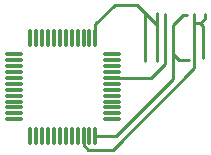
<source format=gbr>
%TF.GenerationSoftware,KiCad,Pcbnew,(6.0.4)*%
%TF.CreationDate,2022-04-04T20:26:55-04:00*%
%TF.ProjectId,PiTopMk3,5069546f-704d-46b3-932e-6b696361645f,rev?*%
%TF.SameCoordinates,Original*%
%TF.FileFunction,Copper,L1,Top*%
%TF.FilePolarity,Positive*%
%FSLAX46Y46*%
G04 Gerber Fmt 4.6, Leading zero omitted, Abs format (unit mm)*
G04 Created by KiCad (PCBNEW (6.0.4)) date 2022-04-04 20:26:55*
%MOMM*%
%LPD*%
G01*
G04 APERTURE LIST*
G04 Aperture macros list*
%AMRoundRect*
0 Rectangle with rounded corners*
0 $1 Rounding radius*
0 $2 $3 $4 $5 $6 $7 $8 $9 X,Y pos of 4 corners*
0 Add a 4 corners polygon primitive as box body*
4,1,4,$2,$3,$4,$5,$6,$7,$8,$9,$2,$3,0*
0 Add four circle primitives for the rounded corners*
1,1,$1+$1,$2,$3*
1,1,$1+$1,$4,$5*
1,1,$1+$1,$6,$7*
1,1,$1+$1,$8,$9*
0 Add four rect primitives between the rounded corners*
20,1,$1+$1,$2,$3,$4,$5,0*
20,1,$1+$1,$4,$5,$6,$7,0*
20,1,$1+$1,$6,$7,$8,$9,0*
20,1,$1+$1,$8,$9,$2,$3,0*%
G04 Aperture macros list end*
%TA.AperFunction,SMDPad,CuDef*%
%ADD10RoundRect,0.075000X-0.662500X-0.075000X0.662500X-0.075000X0.662500X0.075000X-0.662500X0.075000X0*%
%TD*%
%TA.AperFunction,SMDPad,CuDef*%
%ADD11RoundRect,0.075000X-0.075000X-0.662500X0.075000X-0.662500X0.075000X0.662500X-0.075000X0.662500X0*%
%TD*%
%TA.AperFunction,Conductor*%
%ADD12C,0.250000*%
%TD*%
G04 APERTURE END LIST*
D10*
%TO.P,REF\u002A\u002A,1*%
%TO.N,N/C*%
X107597500Y-58210000D03*
%TO.P,REF\u002A\u002A,2*%
X107597500Y-58710000D03*
%TO.P,REF\u002A\u002A,3*%
X107597500Y-59210000D03*
%TO.P,REF\u002A\u002A,4*%
X107597500Y-59710000D03*
%TO.P,REF\u002A\u002A,5*%
X107597500Y-60210000D03*
%TO.P,REF\u002A\u002A,6*%
X107597500Y-60710000D03*
%TO.P,REF\u002A\u002A,7*%
X107597500Y-61210000D03*
%TO.P,REF\u002A\u002A,8*%
X107597500Y-61710000D03*
%TO.P,REF\u002A\u002A,9*%
X107597500Y-62210000D03*
%TO.P,REF\u002A\u002A,10*%
X107597500Y-62710000D03*
%TO.P,REF\u002A\u002A,11*%
X107597500Y-63210000D03*
%TO.P,REF\u002A\u002A,12*%
X107597500Y-63710000D03*
D11*
%TO.P,REF\u002A\u002A,13*%
X109010000Y-65122500D03*
%TO.P,REF\u002A\u002A,14*%
X109510000Y-65122500D03*
%TO.P,REF\u002A\u002A,15*%
X110010000Y-65122500D03*
%TO.P,REF\u002A\u002A,16*%
X110510000Y-65122500D03*
%TO.P,REF\u002A\u002A,17*%
X111010000Y-65122500D03*
%TO.P,REF\u002A\u002A,18*%
X111510000Y-65122500D03*
%TO.P,REF\u002A\u002A,19*%
X112010000Y-65122500D03*
%TO.P,REF\u002A\u002A,20*%
X112510000Y-65122500D03*
%TO.P,REF\u002A\u002A,21*%
X113010000Y-65122500D03*
%TO.P,REF\u002A\u002A,22*%
X113510000Y-65122500D03*
%TO.P,REF\u002A\u002A,23*%
X114010000Y-65122500D03*
%TO.P,REF\u002A\u002A,24*%
X114510000Y-65122500D03*
D10*
%TO.P,REF\u002A\u002A,25*%
X115922500Y-63710000D03*
%TO.P,REF\u002A\u002A,26*%
X115922500Y-63210000D03*
%TO.P,REF\u002A\u002A,27*%
X115922500Y-62710000D03*
%TO.P,REF\u002A\u002A,28*%
X115922500Y-62210000D03*
%TO.P,REF\u002A\u002A,29*%
X115922500Y-61710000D03*
%TO.P,REF\u002A\u002A,30*%
X115922500Y-61210000D03*
%TO.P,REF\u002A\u002A,31*%
X115922500Y-60710000D03*
%TO.P,REF\u002A\u002A,32*%
X115922500Y-60210000D03*
%TO.P,REF\u002A\u002A,33*%
X115922500Y-59710000D03*
%TO.P,REF\u002A\u002A,34*%
X115922500Y-59210000D03*
%TO.P,REF\u002A\u002A,35*%
X115922500Y-58710000D03*
%TO.P,REF\u002A\u002A,36*%
X115922500Y-58210000D03*
D11*
%TO.P,REF\u002A\u002A,37*%
X114510000Y-56797500D03*
%TO.P,REF\u002A\u002A,38*%
X114010000Y-56797500D03*
%TO.P,REF\u002A\u002A,39*%
X113510000Y-56797500D03*
%TO.P,REF\u002A\u002A,40*%
X113010000Y-56797500D03*
%TO.P,REF\u002A\u002A,41*%
X112510000Y-56797500D03*
%TO.P,REF\u002A\u002A,42*%
X112010000Y-56797500D03*
%TO.P,REF\u002A\u002A,43*%
X111510000Y-56797500D03*
%TO.P,REF\u002A\u002A,44*%
X111010000Y-56797500D03*
%TO.P,REF\u002A\u002A,45*%
X110510000Y-56797500D03*
%TO.P,REF\u002A\u002A,46*%
X110010000Y-56797500D03*
%TO.P,REF\u002A\u002A,47*%
X109510000Y-56797500D03*
%TO.P,REF\u002A\u002A,48*%
X109010000Y-56797500D03*
%TD*%
D12*
%TO.N,*%
X116130000Y-54050000D02*
X118050000Y-54050000D01*
X114510000Y-55670000D02*
X116130000Y-54050000D01*
X118050000Y-54050000D02*
X118700000Y-54700000D01*
X114510000Y-56797500D02*
X114510000Y-55670000D01*
X113510000Y-65910000D02*
X113510000Y-65122500D01*
X116000000Y-66300000D02*
X113900000Y-66300000D01*
X122900000Y-59400000D02*
X116000000Y-66300000D01*
X113900000Y-66300000D02*
X113510000Y-65910000D01*
X122900000Y-55600000D02*
X122900000Y-59400000D01*
X123800000Y-55200000D02*
X123800000Y-54800000D01*
X123400000Y-55600000D02*
X123800000Y-55200000D01*
X123600000Y-55800000D02*
X123600000Y-58500000D01*
X123400000Y-55600000D02*
X123600000Y-55800000D01*
X122900000Y-55600000D02*
X123400000Y-55600000D01*
X122900000Y-54800000D02*
X122900000Y-55600000D01*
X121600000Y-58700000D02*
X122400000Y-58700000D01*
X121100000Y-58200000D02*
X121600000Y-58700000D01*
X121100000Y-58200000D02*
X121100000Y-55700000D01*
X121100000Y-60300000D02*
X121100000Y-58200000D01*
X121100000Y-55700000D02*
X121900000Y-54900000D01*
X121900000Y-54900000D02*
X122300000Y-54900000D01*
X120900000Y-60500000D02*
X121100000Y-60300000D01*
X116277500Y-65122500D02*
X120900000Y-60500000D01*
X114510000Y-65122500D02*
X116277500Y-65122500D01*
X120400000Y-59000000D02*
X120400000Y-54800000D01*
X119190000Y-60210000D02*
X120400000Y-59000000D01*
X115922500Y-60210000D02*
X119190000Y-60210000D01*
X119700000Y-55700000D02*
X119700000Y-54700000D01*
X119700000Y-55700000D02*
X119700000Y-58800000D01*
X118700000Y-54700000D02*
X119700000Y-55700000D01*
X118700000Y-55200000D02*
X118700000Y-58800000D01*
X118700000Y-54700000D02*
X118700000Y-55200000D01*
%TD*%
M02*

</source>
